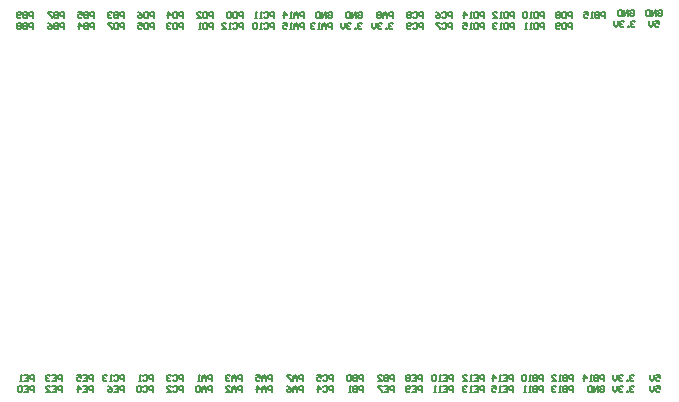
<source format=gbo>
G04*
G04 #@! TF.GenerationSoftware,Altium Limited,Altium Designer,20.2.6 (244)*
G04*
G04 Layer_Color=32896*
%FSLAX25Y25*%
%MOIN*%
G70*
G04*
G04 #@! TF.SameCoordinates,BD9F10C3-12C2-414E-BCE1-0B8FED7F425F*
G04*
G04*
G04 #@! TF.FilePolarity,Positive*
G04*
G01*
G75*
%ADD18C,0.00500*%
D18*
X356916Y118370D02*
X358249D01*
Y117370D01*
X357583Y117704D01*
X357250D01*
X356916Y117370D01*
Y116704D01*
X357250Y116371D01*
X357916D01*
X358249Y116704D01*
X356250Y118370D02*
Y117037D01*
X355583Y116371D01*
X354917Y117037D01*
Y118370D01*
X349603Y118037D02*
X349270Y118370D01*
X348603D01*
X348270Y118037D01*
Y117704D01*
X348603Y117370D01*
X348936D01*
X348603D01*
X348270Y117037D01*
Y116704D01*
X348603Y116371D01*
X349270D01*
X349603Y116704D01*
X347604Y116371D02*
Y116704D01*
X347270D01*
Y116371D01*
X347604D01*
X345937Y118037D02*
X345604Y118370D01*
X344938D01*
X344604Y118037D01*
Y117704D01*
X344938Y117370D01*
X345271D01*
X344938D01*
X344604Y117037D01*
Y116704D01*
X344938Y116371D01*
X345604D01*
X345937Y116704D01*
X343938Y118370D02*
Y117037D01*
X343272Y116371D01*
X342605Y117037D01*
Y118370D01*
X357667Y239666D02*
X358000Y239999D01*
X358667D01*
X359000Y239666D01*
Y238333D01*
X358667Y238000D01*
X358000D01*
X357667Y238333D01*
Y239000D01*
X358334D01*
X357001Y238000D02*
Y239999D01*
X355668Y238000D01*
Y239999D01*
X355001D02*
Y238000D01*
X354002D01*
X353668Y238333D01*
Y239666D01*
X354002Y239999D01*
X355001D01*
X149276Y233868D02*
Y235867D01*
X148276D01*
X147943Y235534D01*
Y234867D01*
X148276Y234534D01*
X149276D01*
X147276Y235867D02*
Y233868D01*
X146277D01*
X145943Y234201D01*
Y234534D01*
X146277Y234867D01*
X147276D01*
X146277D01*
X145943Y235201D01*
Y235534D01*
X146277Y235867D01*
X147276D01*
X145277Y235534D02*
X144944Y235867D01*
X144277D01*
X143944Y235534D01*
Y235201D01*
X144277Y234867D01*
X143944Y234534D01*
Y234201D01*
X144277Y233868D01*
X144944D01*
X145277Y234201D01*
Y234534D01*
X144944Y234867D01*
X145277Y235201D01*
Y235534D01*
X144944Y234867D02*
X144277D01*
X149276Y237368D02*
Y239367D01*
X148276D01*
X147943Y239034D01*
Y238367D01*
X148276Y238034D01*
X149276D01*
X147276Y239367D02*
Y237368D01*
X146277D01*
X145943Y237701D01*
Y238034D01*
X146277Y238367D01*
X147276D01*
X146277D01*
X145943Y238701D01*
Y239034D01*
X146277Y239367D01*
X147276D01*
X145277Y237701D02*
X144944Y237368D01*
X144277D01*
X143944Y237701D01*
Y239034D01*
X144277Y239367D01*
X144944D01*
X145277Y239034D01*
Y238701D01*
X144944Y238367D01*
X143944D01*
X259025Y235534D02*
X258692Y235867D01*
X258025D01*
X257692Y235534D01*
Y235201D01*
X258025Y234867D01*
X258358D01*
X258025D01*
X257692Y234534D01*
Y234201D01*
X258025Y233868D01*
X258692D01*
X259025Y234201D01*
X257026Y233868D02*
Y234201D01*
X256692D01*
Y233868D01*
X257026D01*
X255359Y235534D02*
X255026Y235867D01*
X254360D01*
X254027Y235534D01*
Y235201D01*
X254360Y234867D01*
X254693D01*
X254360D01*
X254027Y234534D01*
Y234201D01*
X254360Y233868D01*
X255026D01*
X255359Y234201D01*
X253360Y235867D02*
Y234534D01*
X252694Y233868D01*
X252027Y234534D01*
Y235867D01*
X229730Y233868D02*
Y235867D01*
X228730D01*
X228397Y235534D01*
Y234867D01*
X228730Y234534D01*
X229730D01*
X226397Y235534D02*
X226731Y235867D01*
X227397D01*
X227730Y235534D01*
Y234201D01*
X227397Y233868D01*
X226731D01*
X226397Y234201D01*
X225731Y233868D02*
X225064D01*
X225398D01*
Y235867D01*
X225731Y235534D01*
X224065D02*
X223732Y235867D01*
X223065D01*
X222732Y235534D01*
Y234201D01*
X223065Y233868D01*
X223732D01*
X224065Y234201D01*
Y235534D01*
X329156Y112871D02*
Y114870D01*
X328156D01*
X327823Y114537D01*
Y113871D01*
X328156Y113537D01*
X329156D01*
X327156Y114870D02*
Y112871D01*
X326157D01*
X325823Y113204D01*
Y113537D01*
X326157Y113871D01*
X327156D01*
X326157D01*
X325823Y114204D01*
Y114537D01*
X326157Y114870D01*
X327156D01*
X325157Y112871D02*
X324491D01*
X324824D01*
Y114870D01*
X325157Y114537D01*
X323491D02*
X323158Y114870D01*
X322491D01*
X322158Y114537D01*
Y114204D01*
X322491Y113871D01*
X322824D01*
X322491D01*
X322158Y113537D01*
Y113204D01*
X322491Y112871D01*
X323158D01*
X323491Y113204D01*
X329156Y116371D02*
Y118370D01*
X328156D01*
X327823Y118037D01*
Y117370D01*
X328156Y117037D01*
X329156D01*
X327156Y118370D02*
Y116371D01*
X326157D01*
X325823Y116704D01*
Y117037D01*
X326157Y117370D01*
X327156D01*
X326157D01*
X325823Y117704D01*
Y118037D01*
X326157Y118370D01*
X327156D01*
X325157Y116371D02*
X324491D01*
X324824D01*
Y118370D01*
X325157Y118037D01*
X322158Y116371D02*
X323491D01*
X322158Y117704D01*
Y118037D01*
X322491Y118370D01*
X323158D01*
X323491Y118037D01*
X257692Y239034D02*
X258025Y239367D01*
X258692D01*
X259025Y239034D01*
Y237701D01*
X258692Y237368D01*
X258025D01*
X257692Y237701D01*
Y238367D01*
X258358D01*
X257026Y237368D02*
Y239367D01*
X255693Y237368D01*
Y239367D01*
X255026D02*
Y237368D01*
X254027D01*
X253693Y237701D01*
Y239034D01*
X254027Y239367D01*
X255026D01*
X229730Y237368D02*
Y239367D01*
X228730D01*
X228397Y239034D01*
Y238367D01*
X228730Y238034D01*
X229730D01*
X226397Y239034D02*
X226731Y239367D01*
X227397D01*
X227730Y239034D01*
Y237701D01*
X227397Y237368D01*
X226731D01*
X226397Y237701D01*
X225731Y237368D02*
X225064D01*
X225398D01*
Y239367D01*
X225731Y239034D01*
X224065Y237368D02*
X223398D01*
X223732D01*
Y239367D01*
X224065Y239034D01*
X228954Y116371D02*
Y118370D01*
X227954D01*
X227621Y118037D01*
Y117370D01*
X227954Y117037D01*
X228954D01*
X226955Y116371D02*
Y117704D01*
X226288Y118370D01*
X225622Y117704D01*
Y116371D01*
Y117370D01*
X226955D01*
X223622Y118370D02*
X224955D01*
Y117370D01*
X224289Y117704D01*
X223956D01*
X223622Y117370D01*
Y116704D01*
X223956Y116371D01*
X224622D01*
X224955Y116704D01*
X169218Y116371D02*
Y118370D01*
X168218D01*
X167885Y118037D01*
Y117370D01*
X168218Y117037D01*
X169218D01*
X165885Y118370D02*
X167218D01*
Y116371D01*
X165885D01*
X167218Y117370D02*
X166552D01*
X163886Y118370D02*
X165219D01*
Y117370D01*
X164553Y117704D01*
X164219D01*
X163886Y117370D01*
Y116704D01*
X164219Y116371D01*
X164886D01*
X165219Y116704D01*
X228954Y112871D02*
Y114870D01*
X227954D01*
X227621Y114537D01*
Y113871D01*
X227954Y113537D01*
X228954D01*
X226955Y112871D02*
Y114204D01*
X226288Y114870D01*
X225622Y114204D01*
Y112871D01*
Y113871D01*
X226955D01*
X223956Y112871D02*
Y114870D01*
X224955Y113871D01*
X223622D01*
X169218Y112871D02*
Y114870D01*
X168218D01*
X167885Y114537D01*
Y113871D01*
X168218Y113537D01*
X169218D01*
X165885Y114870D02*
X167218D01*
Y112871D01*
X165885D01*
X167218Y113871D02*
X166552D01*
X164219Y112871D02*
Y114870D01*
X165219Y113871D01*
X163886D01*
X328931Y233868D02*
Y235867D01*
X327932D01*
X327598Y235534D01*
Y234867D01*
X327932Y234534D01*
X328931D01*
X326932Y235867D02*
Y233868D01*
X325932D01*
X325599Y234201D01*
Y235534D01*
X325932Y235867D01*
X326932D01*
X324933Y234201D02*
X324599Y233868D01*
X323933D01*
X323600Y234201D01*
Y235534D01*
X323933Y235867D01*
X324599D01*
X324933Y235534D01*
Y235201D01*
X324599Y234867D01*
X323600D01*
X299752Y233868D02*
Y235867D01*
X298752D01*
X298419Y235534D01*
Y234867D01*
X298752Y234534D01*
X299752D01*
X297752Y235867D02*
Y233868D01*
X296753D01*
X296420Y234201D01*
Y235534D01*
X296753Y235867D01*
X297752D01*
X295753Y233868D02*
X295087D01*
X295420D01*
Y235867D01*
X295753Y235534D01*
X292754Y235867D02*
X294087D01*
Y234867D01*
X293421Y235201D01*
X293087D01*
X292754Y234867D01*
Y234201D01*
X293087Y233868D01*
X293754D01*
X294087Y234201D01*
X309684Y233868D02*
Y235867D01*
X308684D01*
X308351Y235534D01*
Y234867D01*
X308684Y234534D01*
X309684D01*
X307684Y235867D02*
Y233868D01*
X306685D01*
X306351Y234201D01*
Y235534D01*
X306685Y235867D01*
X307684D01*
X305685Y233868D02*
X305018D01*
X305352D01*
Y235867D01*
X305685Y235534D01*
X304019D02*
X303686Y235867D01*
X303019D01*
X302686Y235534D01*
Y235201D01*
X303019Y234867D01*
X303352D01*
X303019D01*
X302686Y234534D01*
Y234201D01*
X303019Y233868D01*
X303686D01*
X304019Y234201D01*
X319615Y233868D02*
Y235867D01*
X318616D01*
X318283Y235534D01*
Y234867D01*
X318616Y234534D01*
X319615D01*
X317616Y235867D02*
Y233868D01*
X316616D01*
X316283Y234201D01*
Y235534D01*
X316616Y235867D01*
X317616D01*
X315617Y233868D02*
X314950D01*
X315283D01*
Y235867D01*
X315617Y235534D01*
X313950Y233868D02*
X313284D01*
X313617D01*
Y235867D01*
X313950Y235534D01*
X289124Y233868D02*
Y235867D01*
X288125D01*
X287792Y235534D01*
Y234867D01*
X288125Y234534D01*
X289124D01*
X285792Y235534D02*
X286125Y235867D01*
X286792D01*
X287125Y235534D01*
Y234201D01*
X286792Y233868D01*
X286125D01*
X285792Y234201D01*
X285126Y235867D02*
X283793D01*
Y235534D01*
X285126Y234201D01*
Y233868D01*
X279388D02*
Y235867D01*
X278389D01*
X278056Y235534D01*
Y234867D01*
X278389Y234534D01*
X279388D01*
X276056Y235534D02*
X276389Y235867D01*
X277056D01*
X277389Y235534D01*
Y234201D01*
X277056Y233868D01*
X276389D01*
X276056Y234201D01*
X275390D02*
X275056Y233868D01*
X274390D01*
X274057Y234201D01*
Y235534D01*
X274390Y235867D01*
X275056D01*
X275390Y235534D01*
Y235201D01*
X275056Y234867D01*
X274057D01*
X269407Y235534D02*
X269074Y235867D01*
X268407D01*
X268074Y235534D01*
Y235201D01*
X268407Y234867D01*
X268740D01*
X268407D01*
X268074Y234534D01*
Y234201D01*
X268407Y233868D01*
X269074D01*
X269407Y234201D01*
X267407Y233868D02*
Y234201D01*
X267074D01*
Y233868D01*
X267407D01*
X265741Y235534D02*
X265408Y235867D01*
X264742D01*
X264408Y235534D01*
Y235201D01*
X264742Y234867D01*
X265075D01*
X264742D01*
X264408Y234534D01*
Y234201D01*
X264742Y233868D01*
X265408D01*
X265741Y234201D01*
X263742Y235867D02*
Y234534D01*
X263075Y233868D01*
X262409Y234534D01*
Y235867D01*
X239661Y233868D02*
Y235867D01*
X238662D01*
X238329Y235534D01*
Y234867D01*
X238662Y234534D01*
X239661D01*
X237662Y233868D02*
Y235201D01*
X236996Y235867D01*
X236329Y235201D01*
Y233868D01*
Y234867D01*
X237662D01*
X235663Y233868D02*
X234996D01*
X235329D01*
Y235867D01*
X235663Y235534D01*
X232664Y235867D02*
X233997D01*
Y234867D01*
X233330Y235201D01*
X232997D01*
X232664Y234867D01*
Y234201D01*
X232997Y233868D01*
X233663D01*
X233997Y234201D01*
X249093Y233868D02*
Y235867D01*
X248093D01*
X247760Y235534D01*
Y234867D01*
X248093Y234534D01*
X249093D01*
X247094Y233868D02*
Y235201D01*
X246427Y235867D01*
X245761Y235201D01*
Y233868D01*
Y234867D01*
X247094D01*
X245094Y233868D02*
X244428D01*
X244761D01*
Y235867D01*
X245094Y235534D01*
X243428D02*
X243095Y235867D01*
X242429D01*
X242095Y235534D01*
Y235201D01*
X242429Y234867D01*
X242762D01*
X242429D01*
X242095Y234534D01*
Y234201D01*
X242429Y233868D01*
X243095D01*
X243428Y234201D01*
X199434Y233868D02*
Y235867D01*
X198435D01*
X198101Y235534D01*
Y234867D01*
X198435Y234534D01*
X199434D01*
X197435Y235867D02*
Y233868D01*
X196435D01*
X196102Y234201D01*
Y235534D01*
X196435Y235867D01*
X197435D01*
X195436Y235534D02*
X195102Y235867D01*
X194436D01*
X194103Y235534D01*
Y235201D01*
X194436Y234867D01*
X194769D01*
X194436D01*
X194103Y234534D01*
Y234201D01*
X194436Y233868D01*
X195102D01*
X195436Y234201D01*
X219298Y233868D02*
Y235867D01*
X218298D01*
X217965Y235534D01*
Y234867D01*
X218298Y234534D01*
X219298D01*
X215966Y235534D02*
X216299Y235867D01*
X216965D01*
X217299Y235534D01*
Y234201D01*
X216965Y233868D01*
X216299D01*
X215966Y234201D01*
X215299Y233868D02*
X214633D01*
X214966D01*
Y235867D01*
X215299Y235534D01*
X212300Y233868D02*
X213633D01*
X212300Y235201D01*
Y235534D01*
X212633Y235867D01*
X213300D01*
X213633Y235534D01*
X209366Y233868D02*
Y235867D01*
X208366D01*
X208033Y235534D01*
Y234867D01*
X208366Y234534D01*
X209366D01*
X207367Y235867D02*
Y233868D01*
X206367D01*
X206034Y234201D01*
Y235534D01*
X206367Y235867D01*
X207367D01*
X205367Y233868D02*
X204701D01*
X205034D01*
Y235867D01*
X205367Y235534D01*
X169493Y233868D02*
Y235867D01*
X168494D01*
X168160Y235534D01*
Y234867D01*
X168494Y234534D01*
X169493D01*
X167494Y235867D02*
Y233868D01*
X166494D01*
X166161Y234201D01*
Y234534D01*
X166494Y234867D01*
X167494D01*
X166494D01*
X166161Y235201D01*
Y235534D01*
X166494Y235867D01*
X167494D01*
X164495Y233868D02*
Y235867D01*
X165495Y234867D01*
X164162D01*
X189503Y233868D02*
Y235867D01*
X188503D01*
X188170Y235534D01*
Y234867D01*
X188503Y234534D01*
X189503D01*
X187503Y235867D02*
Y233868D01*
X186504D01*
X186170Y234201D01*
Y235534D01*
X186504Y235867D01*
X187503D01*
X184171D02*
X185504D01*
Y234867D01*
X184837Y235201D01*
X184504D01*
X184171Y234867D01*
Y234201D01*
X184504Y233868D01*
X185171D01*
X185504Y234201D01*
X159707Y233868D02*
Y235867D01*
X158708D01*
X158375Y235534D01*
Y234867D01*
X158708Y234534D01*
X159707D01*
X157708Y235867D02*
Y233868D01*
X156708D01*
X156375Y234201D01*
Y234534D01*
X156708Y234867D01*
X157708D01*
X156708D01*
X156375Y235201D01*
Y235534D01*
X156708Y235867D01*
X157708D01*
X154376D02*
X155042Y235534D01*
X155709Y234867D01*
Y234201D01*
X155375Y233868D01*
X154709D01*
X154376Y234201D01*
Y234534D01*
X154709Y234867D01*
X155709D01*
X356667Y236499D02*
X358000D01*
Y235500D01*
X357334Y235833D01*
X357000D01*
X356667Y235500D01*
Y234833D01*
X357000Y234500D01*
X357667D01*
X358000Y234833D01*
X356001Y236499D02*
Y235166D01*
X355334Y234500D01*
X354668Y235166D01*
Y236499D01*
X338255Y114537D02*
X338588Y114870D01*
X339254D01*
X339587Y114537D01*
Y113204D01*
X339254Y112871D01*
X338588D01*
X338255Y113204D01*
Y113871D01*
X338921D01*
X337588Y112871D02*
Y114870D01*
X336255Y112871D01*
Y114870D01*
X335589D02*
Y112871D01*
X334589D01*
X334256Y113204D01*
Y114537D01*
X334589Y114870D01*
X335589D01*
X339587Y116371D02*
Y118370D01*
X338588D01*
X338255Y118037D01*
Y117370D01*
X338588Y117037D01*
X339587D01*
X337588Y118370D02*
Y116371D01*
X336588D01*
X336255Y116704D01*
Y117037D01*
X336588Y117370D01*
X337588D01*
X336588D01*
X336255Y117704D01*
Y118037D01*
X336588Y118370D01*
X337588D01*
X335589Y116371D02*
X334922D01*
X335256D01*
Y118370D01*
X335589Y118037D01*
X332923Y116371D02*
Y118370D01*
X333923Y117370D01*
X332590D01*
X349692Y114537D02*
X349359Y114870D01*
X348693D01*
X348359Y114537D01*
Y114204D01*
X348693Y113871D01*
X349026D01*
X348693D01*
X348359Y113537D01*
Y113204D01*
X348693Y112871D01*
X349359D01*
X349692Y113204D01*
X347693Y112871D02*
Y113204D01*
X347360D01*
Y112871D01*
X347693D01*
X346027Y114537D02*
X345694Y114870D01*
X345027D01*
X344694Y114537D01*
Y114204D01*
X345027Y113871D01*
X345360D01*
X345027D01*
X344694Y113537D01*
Y113204D01*
X345027Y112871D01*
X345694D01*
X346027Y113204D01*
X344028Y114870D02*
Y113537D01*
X343361Y112871D01*
X342695Y113537D01*
Y114870D01*
X350000Y236166D02*
X349667Y236499D01*
X349000D01*
X348667Y236166D01*
Y235833D01*
X349000Y235500D01*
X349334D01*
X349000D01*
X348667Y235166D01*
Y234833D01*
X349000Y234500D01*
X349667D01*
X350000Y234833D01*
X348001Y234500D02*
Y234833D01*
X347667D01*
Y234500D01*
X348001D01*
X346335Y236166D02*
X346001Y236499D01*
X345335D01*
X345002Y236166D01*
Y235833D01*
X345335Y235500D01*
X345668D01*
X345335D01*
X345002Y235166D01*
Y234833D01*
X345335Y234500D01*
X346001D01*
X346335Y234833D01*
X344335Y236499D02*
Y235166D01*
X343669Y234500D01*
X343002Y235166D01*
Y236499D01*
X328931Y237368D02*
Y239367D01*
X327932D01*
X327598Y239034D01*
Y238367D01*
X327932Y238034D01*
X328931D01*
X326932Y239367D02*
Y237368D01*
X325932D01*
X325599Y237701D01*
Y239034D01*
X325932Y239367D01*
X326932D01*
X324933Y239034D02*
X324599Y239367D01*
X323933D01*
X323600Y239034D01*
Y238701D01*
X323933Y238367D01*
X323600Y238034D01*
Y237701D01*
X323933Y237368D01*
X324599D01*
X324933Y237701D01*
Y238034D01*
X324599Y238367D01*
X324933Y238701D01*
Y239034D01*
X324599Y238367D02*
X323933D01*
X340000Y237500D02*
Y239499D01*
X339000D01*
X338667Y239166D01*
Y238500D01*
X339000Y238166D01*
X340000D01*
X338001Y239499D02*
Y237500D01*
X337001D01*
X336668Y237833D01*
Y238166D01*
X337001Y238500D01*
X338001D01*
X337001D01*
X336668Y238833D01*
Y239166D01*
X337001Y239499D01*
X338001D01*
X336001Y237500D02*
X335335D01*
X335668D01*
Y239499D01*
X336001Y239166D01*
X333002Y239499D02*
X334335D01*
Y238500D01*
X333669Y238833D01*
X333335D01*
X333002Y238500D01*
Y237833D01*
X333335Y237500D01*
X334002D01*
X334335Y237833D01*
X309408Y116371D02*
Y118370D01*
X308408D01*
X308075Y118037D01*
Y117370D01*
X308408Y117037D01*
X309408D01*
X306076Y118370D02*
X307409D01*
Y116371D01*
X306076D01*
X307409Y117370D02*
X306742D01*
X305409Y116371D02*
X304743D01*
X305076D01*
Y118370D01*
X305409Y118037D01*
X302744Y116371D02*
Y118370D01*
X303743Y117370D01*
X302410D01*
X299476Y116371D02*
Y118370D01*
X298477D01*
X298143Y118037D01*
Y117370D01*
X298477Y117037D01*
X299476D01*
X296144Y118370D02*
X297477D01*
Y116371D01*
X296144D01*
X297477Y117370D02*
X296810D01*
X295478Y116371D02*
X294811D01*
X295144D01*
Y118370D01*
X295478Y118037D01*
X292478Y116371D02*
X293811D01*
X292478Y117704D01*
Y118037D01*
X292812Y118370D01*
X293478D01*
X293811Y118037D01*
X319340Y112871D02*
Y114870D01*
X318340D01*
X318007Y114537D01*
Y113871D01*
X318340Y113537D01*
X319340D01*
X317340Y114870D02*
Y112871D01*
X316341D01*
X316007Y113204D01*
Y113537D01*
X316341Y113871D01*
X317340D01*
X316341D01*
X316007Y114204D01*
Y114537D01*
X316341Y114870D01*
X317340D01*
X315341Y112871D02*
X314675D01*
X315008D01*
Y114870D01*
X315341Y114537D01*
X313675Y112871D02*
X313008D01*
X313342D01*
Y114870D01*
X313675Y114537D01*
X309408Y112871D02*
Y114870D01*
X308408D01*
X308075Y114537D01*
Y113871D01*
X308408Y113537D01*
X309408D01*
X306076Y114870D02*
X307409D01*
Y112871D01*
X306076D01*
X307409Y113871D02*
X306742D01*
X305409Y112871D02*
X304743D01*
X305076D01*
Y114870D01*
X305409Y114537D01*
X302410Y114870D02*
X303743D01*
Y113871D01*
X303077Y114204D01*
X302744D01*
X302410Y113871D01*
Y113204D01*
X302744Y112871D01*
X303410D01*
X303743Y113204D01*
X299476Y112871D02*
Y114870D01*
X298477D01*
X298143Y114537D01*
Y113871D01*
X298477Y113537D01*
X299476D01*
X296144Y114870D02*
X297477D01*
Y112871D01*
X296144D01*
X297477Y113871D02*
X296810D01*
X295478Y112871D02*
X294811D01*
X295144D01*
Y114870D01*
X295478Y114537D01*
X293811D02*
X293478Y114870D01*
X292812D01*
X292478Y114537D01*
Y114204D01*
X292812Y113871D01*
X293145D01*
X292812D01*
X292478Y113537D01*
Y113204D01*
X292812Y112871D01*
X293478D01*
X293811Y113204D01*
X319340Y116371D02*
Y118370D01*
X318340D01*
X318007Y118037D01*
Y117370D01*
X318340Y117037D01*
X319340D01*
X317340Y118370D02*
Y116371D01*
X316341D01*
X316007Y116704D01*
Y117037D01*
X316341Y117370D01*
X317340D01*
X316341D01*
X316007Y117704D01*
Y118037D01*
X316341Y118370D01*
X317340D01*
X315341Y116371D02*
X314675D01*
X315008D01*
Y118370D01*
X315341Y118037D01*
X313675D02*
X313342Y118370D01*
X312675D01*
X312342Y118037D01*
Y116704D01*
X312675Y116371D01*
X313342D01*
X313675Y116704D01*
Y118037D01*
X319615Y237368D02*
Y239367D01*
X318616D01*
X318283Y239034D01*
Y238367D01*
X318616Y238034D01*
X319615D01*
X317616Y239367D02*
Y237368D01*
X316616D01*
X316283Y237701D01*
Y239034D01*
X316616Y239367D01*
X317616D01*
X315617Y237368D02*
X314950D01*
X315283D01*
Y239367D01*
X315617Y239034D01*
X313950D02*
X313617Y239367D01*
X312951D01*
X312618Y239034D01*
Y237701D01*
X312951Y237368D01*
X313617D01*
X313950Y237701D01*
Y239034D01*
X299752Y237368D02*
Y239367D01*
X298752D01*
X298419Y239034D01*
Y238367D01*
X298752Y238034D01*
X299752D01*
X297752Y239367D02*
Y237368D01*
X296753D01*
X296420Y237701D01*
Y239034D01*
X296753Y239367D01*
X297752D01*
X295753Y237368D02*
X295087D01*
X295420D01*
Y239367D01*
X295753Y239034D01*
X293087Y237368D02*
Y239367D01*
X294087Y238367D01*
X292754D01*
X309684Y237368D02*
Y239367D01*
X308684D01*
X308351Y239034D01*
Y238367D01*
X308684Y238034D01*
X309684D01*
X307684Y239367D02*
Y237368D01*
X306685D01*
X306351Y237701D01*
Y239034D01*
X306685Y239367D01*
X307684D01*
X305685Y237368D02*
X305018D01*
X305352D01*
Y239367D01*
X305685Y239034D01*
X302686Y237368D02*
X304019D01*
X302686Y238701D01*
Y239034D01*
X303019Y239367D01*
X303686D01*
X304019Y239034D01*
X269631Y116371D02*
Y118370D01*
X268632D01*
X268298Y118037D01*
Y117370D01*
X268632Y117037D01*
X269631D01*
X267632Y118370D02*
Y116371D01*
X266632D01*
X266299Y116704D01*
Y117037D01*
X266632Y117370D01*
X267632D01*
X266632D01*
X266299Y117704D01*
Y118037D01*
X266632Y118370D01*
X267632D01*
X264300Y116371D02*
X265632D01*
X264300Y117704D01*
Y118037D01*
X264633Y118370D01*
X265299D01*
X265632Y118037D01*
X289349Y116371D02*
Y118370D01*
X288349D01*
X288016Y118037D01*
Y117370D01*
X288349Y117037D01*
X289349D01*
X286017Y118370D02*
X287350D01*
Y116371D01*
X286017D01*
X287350Y117370D02*
X286683D01*
X285350Y116371D02*
X284684D01*
X285017D01*
Y118370D01*
X285350Y118037D01*
X283684D02*
X283351Y118370D01*
X282684D01*
X282351Y118037D01*
Y116704D01*
X282684Y116371D01*
X283351D01*
X283684Y116704D01*
Y118037D01*
X269631Y112871D02*
Y114870D01*
X268632D01*
X268298Y114537D01*
Y113871D01*
X268632Y113537D01*
X269631D01*
X266299Y114870D02*
X267632D01*
Y112871D01*
X266299D01*
X267632Y113871D02*
X266965D01*
X265632Y114870D02*
X264300D01*
Y114537D01*
X265632Y113204D01*
Y112871D01*
X289349D02*
Y114870D01*
X288349D01*
X288016Y114537D01*
Y113871D01*
X288349Y113537D01*
X289349D01*
X286017Y114870D02*
X287350D01*
Y112871D01*
X286017D01*
X287350Y113871D02*
X286683D01*
X285350Y112871D02*
X284684D01*
X285017D01*
Y114870D01*
X285350Y114537D01*
X283684Y112871D02*
X283018D01*
X283351D01*
Y114870D01*
X283684Y114537D01*
X289124Y237368D02*
Y239367D01*
X288125D01*
X287792Y239034D01*
Y238367D01*
X288125Y238034D01*
X289124D01*
X285792Y239034D02*
X286125Y239367D01*
X286792D01*
X287125Y239034D01*
Y237701D01*
X286792Y237368D01*
X286125D01*
X285792Y237701D01*
X283793Y239367D02*
X284459Y239034D01*
X285126Y238367D01*
Y237701D01*
X284793Y237368D01*
X284126D01*
X283793Y237701D01*
Y238034D01*
X284126Y238367D01*
X285126D01*
X279388Y237368D02*
Y239367D01*
X278389D01*
X278056Y239034D01*
Y238367D01*
X278389Y238034D01*
X279388D01*
X276056Y239034D02*
X276389Y239367D01*
X277056D01*
X277389Y239034D01*
Y237701D01*
X277056Y237368D01*
X276389D01*
X276056Y237701D01*
X275390Y239034D02*
X275056Y239367D01*
X274390D01*
X274057Y239034D01*
Y238701D01*
X274390Y238367D01*
X274057Y238034D01*
Y237701D01*
X274390Y237368D01*
X275056D01*
X275390Y237701D01*
Y238034D01*
X275056Y238367D01*
X275390Y238701D01*
Y239034D01*
X275056Y238367D02*
X274390D01*
X259249Y116371D02*
Y118370D01*
X258250D01*
X257916Y118037D01*
Y117370D01*
X258250Y117037D01*
X259249D01*
X257250Y118370D02*
Y116371D01*
X256250D01*
X255917Y116704D01*
Y117037D01*
X256250Y117370D01*
X257250D01*
X256250D01*
X255917Y117704D01*
Y118037D01*
X256250Y118370D01*
X257250D01*
X255251Y118037D02*
X254917Y118370D01*
X254251D01*
X253918Y118037D01*
Y116704D01*
X254251Y116371D01*
X254917D01*
X255251Y116704D01*
Y118037D01*
X249318Y116371D02*
Y118370D01*
X248318D01*
X247985Y118037D01*
Y117370D01*
X248318Y117037D01*
X249318D01*
X245985Y118037D02*
X246319Y118370D01*
X246985D01*
X247318Y118037D01*
Y116704D01*
X246985Y116371D01*
X246319D01*
X245985Y116704D01*
X243986Y118370D02*
X245319D01*
Y117370D01*
X244652Y117704D01*
X244319D01*
X243986Y117370D01*
Y116704D01*
X244319Y116371D01*
X244986D01*
X245319Y116704D01*
X259249Y112871D02*
Y114870D01*
X258250D01*
X257916Y114537D01*
Y113871D01*
X258250Y113537D01*
X259249D01*
X257250Y114870D02*
Y112871D01*
X256250D01*
X255917Y113204D01*
Y113537D01*
X256250Y113871D01*
X257250D01*
X256250D01*
X255917Y114204D01*
Y114537D01*
X256250Y114870D01*
X257250D01*
X255251Y112871D02*
X254584D01*
X254917D01*
Y114870D01*
X255251Y114537D01*
X249318Y112871D02*
Y114870D01*
X248318D01*
X247985Y114537D01*
Y113871D01*
X248318Y113537D01*
X249318D01*
X245985Y114537D02*
X246319Y114870D01*
X246985D01*
X247318Y114537D01*
Y113204D01*
X246985Y112871D01*
X246319D01*
X245985Y113204D01*
X244319Y112871D02*
Y114870D01*
X245319Y113871D01*
X243986D01*
X239661Y237368D02*
Y239367D01*
X238662D01*
X238329Y239034D01*
Y238367D01*
X238662Y238034D01*
X239661D01*
X237662Y237368D02*
Y238701D01*
X236996Y239367D01*
X236329Y238701D01*
Y237368D01*
Y238367D01*
X237662D01*
X235663Y237368D02*
X234996D01*
X235329D01*
Y239367D01*
X235663Y239034D01*
X232997Y237368D02*
Y239367D01*
X233997Y238367D01*
X232664D01*
X247760Y239034D02*
X248093Y239367D01*
X248760D01*
X249093Y239034D01*
Y237701D01*
X248760Y237368D01*
X248093D01*
X247760Y237701D01*
Y238367D01*
X248427D01*
X247094Y237368D02*
Y239367D01*
X245761Y237368D01*
Y239367D01*
X245094D02*
Y237368D01*
X244095D01*
X243761Y237701D01*
Y239034D01*
X244095Y239367D01*
X245094D01*
X209090Y116371D02*
Y118370D01*
X208091D01*
X207758Y118037D01*
Y117370D01*
X208091Y117037D01*
X209090D01*
X207091Y116371D02*
Y117704D01*
X206425Y118370D01*
X205758Y117704D01*
Y116371D01*
Y117370D01*
X207091D01*
X205092Y116371D02*
X204425D01*
X204759D01*
Y118370D01*
X205092Y118037D01*
X219022Y116371D02*
Y118370D01*
X218023D01*
X217689Y118037D01*
Y117370D01*
X218023Y117037D01*
X219022D01*
X217023Y116371D02*
Y117704D01*
X216356Y118370D01*
X215690Y117704D01*
Y116371D01*
Y117370D01*
X217023D01*
X215023Y118037D02*
X214690Y118370D01*
X214024D01*
X213691Y118037D01*
Y117704D01*
X214024Y117370D01*
X214357D01*
X214024D01*
X213691Y117037D01*
Y116704D01*
X214024Y116371D01*
X214690D01*
X215023Y116704D01*
X209090Y112871D02*
Y114870D01*
X208091D01*
X207758Y114537D01*
Y113871D01*
X208091Y113537D01*
X209090D01*
X207091Y112871D02*
Y114204D01*
X206425Y114870D01*
X205758Y114204D01*
Y112871D01*
Y113871D01*
X207091D01*
X205092Y114537D02*
X204759Y114870D01*
X204092D01*
X203759Y114537D01*
Y113204D01*
X204092Y112871D01*
X204759D01*
X205092Y113204D01*
Y114537D01*
X219022Y112871D02*
Y114870D01*
X218023D01*
X217689Y114537D01*
Y113871D01*
X218023Y113537D01*
X219022D01*
X217023Y112871D02*
Y114204D01*
X216356Y114870D01*
X215690Y114204D01*
Y112871D01*
Y113871D01*
X217023D01*
X213691Y112871D02*
X215023D01*
X213691Y114204D01*
Y114537D01*
X214024Y114870D01*
X214690D01*
X215023Y114537D01*
X199434Y237368D02*
Y239367D01*
X198435D01*
X198101Y239034D01*
Y238367D01*
X198435Y238034D01*
X199434D01*
X197435Y239367D02*
Y237368D01*
X196435D01*
X196102Y237701D01*
Y239034D01*
X196435Y239367D01*
X197435D01*
X194436Y237368D02*
Y239367D01*
X195436Y238367D01*
X194103D01*
X209366Y237368D02*
Y239367D01*
X208366D01*
X208033Y239034D01*
Y238367D01*
X208366Y238034D01*
X209366D01*
X207367Y239367D02*
Y237368D01*
X206367D01*
X206034Y237701D01*
Y239034D01*
X206367Y239367D01*
X207367D01*
X204034Y237368D02*
X205367D01*
X204034Y238701D01*
Y239034D01*
X204368Y239367D01*
X205034D01*
X205367Y239034D01*
X179795Y116371D02*
Y118370D01*
X178796D01*
X178462Y118037D01*
Y117370D01*
X178796Y117037D01*
X179795D01*
X176463Y118037D02*
X176796Y118370D01*
X177463D01*
X177796Y118037D01*
Y116704D01*
X177463Y116371D01*
X176796D01*
X176463Y116704D01*
X175797Y116371D02*
X175130D01*
X175463D01*
Y118370D01*
X175797Y118037D01*
X174130D02*
X173797Y118370D01*
X173131D01*
X172798Y118037D01*
Y117704D01*
X173131Y117370D01*
X173464D01*
X173131D01*
X172798Y117037D01*
Y116704D01*
X173131Y116371D01*
X173797D01*
X174130Y116704D01*
X189227Y116371D02*
Y118370D01*
X188227D01*
X187894Y118037D01*
Y117370D01*
X188227Y117037D01*
X189227D01*
X185895Y118037D02*
X186228Y118370D01*
X186894D01*
X187228Y118037D01*
Y116704D01*
X186894Y116371D01*
X186228D01*
X185895Y116704D01*
X185228Y116371D02*
X184562D01*
X184895D01*
Y118370D01*
X185228Y118037D01*
X179795Y112871D02*
Y114870D01*
X178796D01*
X178462Y114537D01*
Y113871D01*
X178796Y113537D01*
X179795D01*
X176463Y114870D02*
X177796D01*
Y112871D01*
X176463D01*
X177796Y113871D02*
X177129D01*
X174464Y114870D02*
X175130Y114537D01*
X175797Y113871D01*
Y113204D01*
X175463Y112871D01*
X174797D01*
X174464Y113204D01*
Y113537D01*
X174797Y113871D01*
X175797D01*
X189227Y112871D02*
Y114870D01*
X188227D01*
X187894Y114537D01*
Y113871D01*
X188227Y113537D01*
X189227D01*
X185895Y114537D02*
X186228Y114870D01*
X186894D01*
X187228Y114537D01*
Y113204D01*
X186894Y112871D01*
X186228D01*
X185895Y113204D01*
X185228Y114537D02*
X184895Y114870D01*
X184229D01*
X183895Y114537D01*
Y113204D01*
X184229Y112871D01*
X184895D01*
X185228Y113204D01*
Y114537D01*
X169493Y237368D02*
Y239367D01*
X168494D01*
X168160Y239034D01*
Y238367D01*
X168494Y238034D01*
X169493D01*
X167494Y239367D02*
Y237368D01*
X166494D01*
X166161Y237701D01*
Y238034D01*
X166494Y238367D01*
X167494D01*
X166494D01*
X166161Y238701D01*
Y239034D01*
X166494Y239367D01*
X167494D01*
X164162D02*
X165495D01*
Y238367D01*
X164828Y238701D01*
X164495D01*
X164162Y238367D01*
Y237701D01*
X164495Y237368D01*
X165162D01*
X165495Y237701D01*
X189503Y237368D02*
Y239367D01*
X188503D01*
X188170Y239034D01*
Y238367D01*
X188503Y238034D01*
X189503D01*
X187503Y239367D02*
Y237368D01*
X186504D01*
X186170Y237701D01*
Y239034D01*
X186504Y239367D01*
X187503D01*
X184171D02*
X184837Y239034D01*
X185504Y238367D01*
Y237701D01*
X185171Y237368D01*
X184504D01*
X184171Y237701D01*
Y238034D01*
X184504Y238367D01*
X185504D01*
X158932Y116371D02*
Y118370D01*
X157932D01*
X157599Y118037D01*
Y117370D01*
X157932Y117037D01*
X158932D01*
X155599Y118370D02*
X156932D01*
Y116371D01*
X155599D01*
X156932Y117370D02*
X156266D01*
X154933Y118037D02*
X154600Y118370D01*
X153933D01*
X153600Y118037D01*
Y117704D01*
X153933Y117370D01*
X154267D01*
X153933D01*
X153600Y117037D01*
Y116704D01*
X153933Y116371D01*
X154600D01*
X154933Y116704D01*
X158932Y112871D02*
Y114870D01*
X157932D01*
X157599Y114537D01*
Y113871D01*
X157932Y113537D01*
X158932D01*
X155599Y114870D02*
X156932D01*
Y112871D01*
X155599D01*
X156932Y113871D02*
X156266D01*
X153600Y112871D02*
X154933D01*
X153600Y114204D01*
Y114537D01*
X153933Y114870D01*
X154600D01*
X154933Y114537D01*
X159707Y237368D02*
Y239367D01*
X158708D01*
X158375Y239034D01*
Y238367D01*
X158708Y238034D01*
X159707D01*
X157708Y239367D02*
Y237368D01*
X156708D01*
X156375Y237701D01*
Y238034D01*
X156708Y238367D01*
X157708D01*
X156708D01*
X156375Y238701D01*
Y239034D01*
X156708Y239367D01*
X157708D01*
X155709D02*
X154376D01*
Y239034D01*
X155709Y237701D01*
Y237368D01*
X348167Y239666D02*
X348500Y239999D01*
X349167D01*
X349500Y239666D01*
Y238333D01*
X349167Y238000D01*
X348500D01*
X348167Y238333D01*
Y239000D01*
X348834D01*
X347501Y238000D02*
Y239999D01*
X346168Y238000D01*
Y239999D01*
X345501D02*
Y238000D01*
X344502D01*
X344168Y238333D01*
Y239666D01*
X344502Y239999D01*
X345501D01*
X179571Y233868D02*
Y235867D01*
X178571D01*
X178238Y235534D01*
Y234867D01*
X178571Y234534D01*
X179571D01*
X177571Y235867D02*
Y233868D01*
X176572D01*
X176239Y234201D01*
Y235534D01*
X176572Y235867D01*
X177571D01*
X175572D02*
X174239D01*
Y235534D01*
X175572Y234201D01*
Y233868D01*
X357002Y114870D02*
X358335D01*
Y113871D01*
X357669Y114204D01*
X357336D01*
X357002Y113871D01*
Y113204D01*
X357336Y112871D01*
X358002D01*
X358335Y113204D01*
X356336Y114870D02*
Y113537D01*
X355670Y112871D01*
X355003Y113537D01*
Y114870D01*
X279113Y116371D02*
Y118370D01*
X278113D01*
X277780Y118037D01*
Y117370D01*
X278113Y117037D01*
X279113D01*
X275781Y118370D02*
X277113D01*
Y116371D01*
X275781D01*
X277113Y117370D02*
X276447D01*
X275114Y118037D02*
X274781Y118370D01*
X274114D01*
X273781Y118037D01*
Y117704D01*
X274114Y117370D01*
X273781Y117037D01*
Y116704D01*
X274114Y116371D01*
X274781D01*
X275114Y116704D01*
Y117037D01*
X274781Y117370D01*
X275114Y117704D01*
Y118037D01*
X274781Y117370D02*
X274114D01*
X279113Y112871D02*
Y114870D01*
X278113D01*
X277780Y114537D01*
Y113871D01*
X278113Y113537D01*
X279113D01*
X275781Y114870D02*
X277113D01*
Y112871D01*
X275781D01*
X277113Y113871D02*
X276447D01*
X275114Y113204D02*
X274781Y112871D01*
X274114D01*
X273781Y113204D01*
Y114537D01*
X274114Y114870D01*
X274781D01*
X275114Y114537D01*
Y114204D01*
X274781Y113871D01*
X273781D01*
X269407Y237368D02*
Y239367D01*
X268407D01*
X268074Y239034D01*
Y238367D01*
X268407Y238034D01*
X269407D01*
X267407Y237368D02*
Y238701D01*
X266741Y239367D01*
X266074Y238701D01*
Y237368D01*
Y238367D01*
X267407D01*
X265408Y239034D02*
X265075Y239367D01*
X264408D01*
X264075Y239034D01*
Y238701D01*
X264408Y238367D01*
X264075Y238034D01*
Y237701D01*
X264408Y237368D01*
X265075D01*
X265408Y237701D01*
Y238034D01*
X265075Y238367D01*
X265408Y238701D01*
Y239034D01*
X265075Y238367D02*
X264408D01*
X239386Y116371D02*
Y118370D01*
X238386D01*
X238053Y118037D01*
Y117370D01*
X238386Y117037D01*
X239386D01*
X237386Y116371D02*
Y117704D01*
X236720Y118370D01*
X236053Y117704D01*
Y116371D01*
Y117370D01*
X237386D01*
X235387Y118370D02*
X234054D01*
Y118037D01*
X235387Y116704D01*
Y116371D01*
X239386Y112871D02*
Y114870D01*
X238386D01*
X238053Y114537D01*
Y113871D01*
X238386Y113537D01*
X239386D01*
X237386Y112871D02*
Y114204D01*
X236720Y114870D01*
X236053Y114204D01*
Y112871D01*
Y113871D01*
X237386D01*
X234054Y114870D02*
X234721Y114537D01*
X235387Y113871D01*
Y113204D01*
X235054Y112871D01*
X234387D01*
X234054Y113204D01*
Y113537D01*
X234387Y113871D01*
X235387D01*
X199159Y116371D02*
Y118370D01*
X198159D01*
X197826Y118037D01*
Y117370D01*
X198159Y117037D01*
X199159D01*
X195826Y118037D02*
X196160Y118370D01*
X196826D01*
X197159Y118037D01*
Y116704D01*
X196826Y116371D01*
X196160D01*
X195826Y116704D01*
X195160Y118037D02*
X194827Y118370D01*
X194160D01*
X193827Y118037D01*
Y117704D01*
X194160Y117370D01*
X194494D01*
X194160D01*
X193827Y117037D01*
Y116704D01*
X194160Y116371D01*
X194827D01*
X195160Y116704D01*
X199159Y112871D02*
Y114870D01*
X198159D01*
X197826Y114537D01*
Y113871D01*
X198159Y113537D01*
X199159D01*
X195826Y114537D02*
X196160Y114870D01*
X196826D01*
X197159Y114537D01*
Y113204D01*
X196826Y112871D01*
X196160D01*
X195826Y113204D01*
X193827Y112871D02*
X195160D01*
X193827Y114204D01*
Y114537D01*
X194160Y114870D01*
X194827D01*
X195160Y114537D01*
X219298Y237368D02*
Y239367D01*
X218298D01*
X217965Y239034D01*
Y238367D01*
X218298Y238034D01*
X219298D01*
X217299Y239367D02*
Y237368D01*
X216299D01*
X215966Y237701D01*
Y239034D01*
X216299Y239367D01*
X217299D01*
X215299Y239034D02*
X214966Y239367D01*
X214300D01*
X213966Y239034D01*
Y237701D01*
X214300Y237368D01*
X214966D01*
X215299Y237701D01*
Y239034D01*
X179571Y237368D02*
Y239367D01*
X178571D01*
X178238Y239034D01*
Y238367D01*
X178571Y238034D01*
X179571D01*
X177571Y239367D02*
Y237368D01*
X176572D01*
X176239Y237701D01*
Y238034D01*
X176572Y238367D01*
X177571D01*
X176572D01*
X176239Y238701D01*
Y239034D01*
X176572Y239367D01*
X177571D01*
X175572Y239034D02*
X175239Y239367D01*
X174573D01*
X174239Y239034D01*
Y238701D01*
X174573Y238367D01*
X174906D01*
X174573D01*
X174239Y238034D01*
Y237701D01*
X174573Y237368D01*
X175239D01*
X175572Y237701D01*
X149500Y116371D02*
Y118370D01*
X148500D01*
X148167Y118037D01*
Y117370D01*
X148500Y117037D01*
X149500D01*
X146168Y118370D02*
X147501D01*
Y116371D01*
X146168D01*
X147501Y117370D02*
X146834D01*
X145501Y116371D02*
X144835D01*
X145168D01*
Y118370D01*
X145501Y118037D01*
X149500Y112871D02*
Y114870D01*
X148500D01*
X148167Y114537D01*
Y113871D01*
X148500Y113537D01*
X149500D01*
X146168Y114870D02*
X147501D01*
Y112871D01*
X146168D01*
X147501Y113871D02*
X146834D01*
X145501Y114537D02*
X145168Y114870D01*
X144502D01*
X144168Y114537D01*
Y113204D01*
X144502Y112871D01*
X145168D01*
X145501Y113204D01*
Y114537D01*
M02*

</source>
